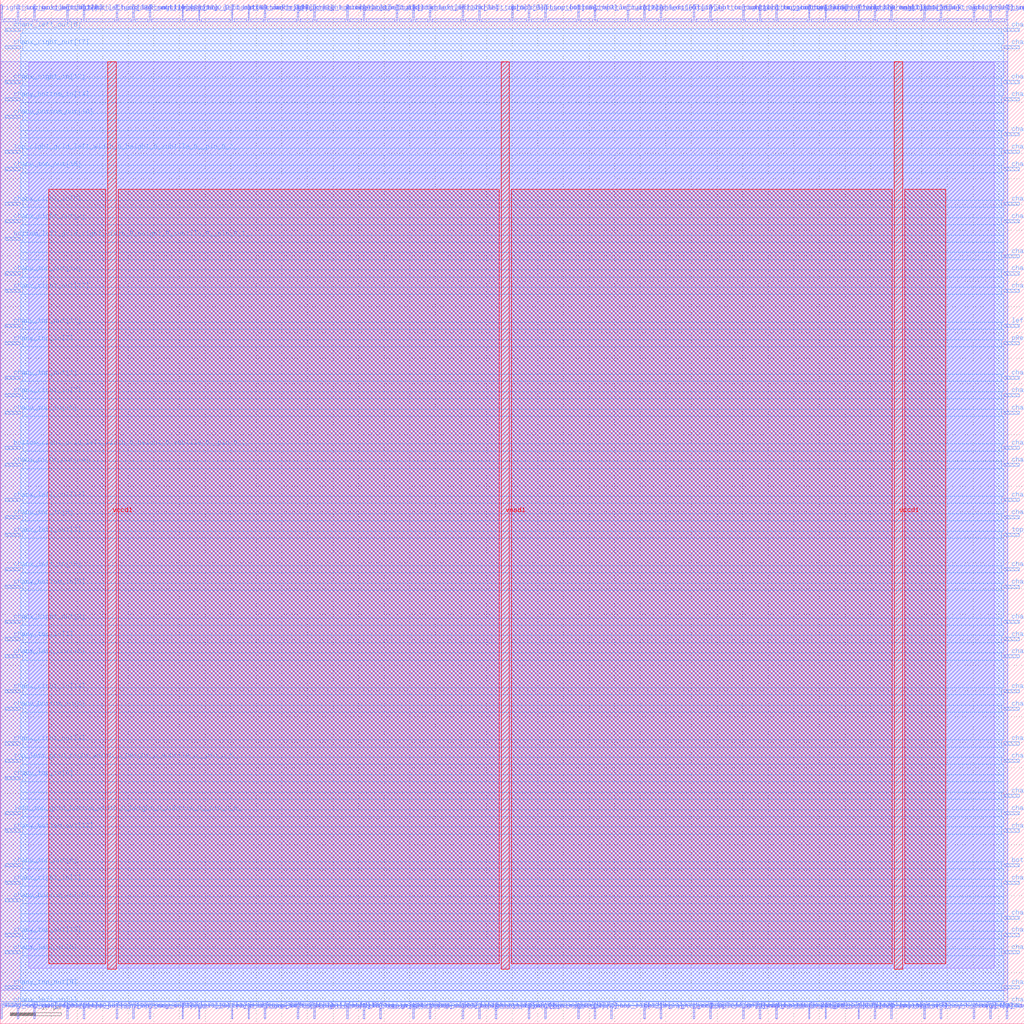
<source format=lef>
VERSION 5.7 ;
  NOWIREEXTENSIONATPIN ON ;
  DIVIDERCHAR "/" ;
  BUSBITCHARS "[]" ;
MACRO sb_1__1_
  CLASS BLOCK ;
  FOREIGN sb_1__1_ ;
  ORIGIN 0.000 0.000 ;
  SIZE 200.000 BY 200.000 ;
  PIN bottom_left_grid_right_width_0_height_0_subtile_0__pin_O_1_
    DIRECTION INPUT ;
    USE SIGNAL ;
    PORT
      LAYER met3 ;
        RECT 1.000 153.040 4.000 153.640 ;
    END
  END bottom_left_grid_right_width_0_height_0_subtile_0__pin_O_1_
  PIN bottom_left_grid_right_width_0_height_0_subtile_0__pin_O_5_
    DIRECTION INPUT ;
    USE SIGNAL ;
    PORT
      LAYER met3 ;
        RECT 196.000 30.640 199.000 31.240 ;
    END
  END bottom_left_grid_right_width_0_height_0_subtile_0__pin_O_5_
  PIN bottom_right_grid_left_width_0_height_0_subtile_0__pin_O_3_
    DIRECTION INPUT ;
    USE SIGNAL ;
    PORT
      LAYER met3 ;
        RECT 1.000 112.240 4.000 112.840 ;
    END
  END bottom_right_grid_left_width_0_height_0_subtile_0__pin_O_3_
  PIN bottom_right_grid_left_width_0_height_0_subtile_0__pin_O_7_
    DIRECTION INPUT ;
    USE SIGNAL ;
    PORT
      LAYER met2 ;
        RECT 125.670 1.000 125.950 4.000 ;
    END
  END bottom_right_grid_left_width_0_height_0_subtile_0__pin_O_7_
  PIN ccff_head
    DIRECTION INPUT ;
    USE SIGNAL ;
    PORT
      LAYER met2 ;
        RECT 144.990 1.000 145.270 4.000 ;
    END
  END ccff_head
  PIN ccff_tail
    DIRECTION OUTPUT TRISTATE ;
    USE SIGNAL ;
    PORT
      LAYER met2 ;
        RECT 12.970 196.000 13.250 199.000 ;
    END
  END ccff_tail
  PIN chanx_left_in[0]
    DIRECTION INPUT ;
    USE SIGNAL ;
    PORT
      LAYER met2 ;
        RECT 190.070 196.000 190.350 199.000 ;
    END
  END chanx_left_in[0]
  PIN chanx_left_in[10]
    DIRECTION INPUT ;
    USE SIGNAL ;
    PORT
      LAYER met2 ;
        RECT 157.870 1.000 158.150 4.000 ;
    END
  END chanx_left_in[10]
  PIN chanx_left_in[11]
    DIRECTION INPUT ;
    USE SIGNAL ;
    PORT
      LAYER met2 ;
        RECT 83.810 196.000 84.090 199.000 ;
    END
  END chanx_left_in[11]
  PIN chanx_left_in[12]
    DIRECTION INPUT ;
    USE SIGNAL ;
    PORT
      LAYER met2 ;
        RECT 161.090 1.000 161.370 4.000 ;
    END
  END chanx_left_in[12]
  PIN chanx_left_in[13]
    DIRECTION INPUT ;
    USE SIGNAL ;
    PORT
      LAYER met2 ;
        RECT 61.270 1.000 61.550 4.000 ;
    END
  END chanx_left_in[13]
  PIN chanx_left_in[14]
    DIRECTION INPUT ;
    USE SIGNAL ;
    PORT
      LAYER met2 ;
        RECT 45.170 1.000 45.450 4.000 ;
    END
  END chanx_left_in[14]
  PIN chanx_left_in[15]
    DIRECTION INPUT ;
    USE SIGNAL ;
    PORT
      LAYER met3 ;
        RECT 1.000 88.440 4.000 89.040 ;
    END
  END chanx_left_in[15]
  PIN chanx_left_in[16]
    DIRECTION INPUT ;
    USE SIGNAL ;
    PORT
      LAYER met2 ;
        RECT 70.930 196.000 71.210 199.000 ;
    END
  END chanx_left_in[16]
  PIN chanx_left_in[17]
    DIRECTION INPUT ;
    USE SIGNAL ;
    PORT
      LAYER met2 ;
        RECT 80.590 196.000 80.870 199.000 ;
    END
  END chanx_left_in[17]
  PIN chanx_left_in[18]
    DIRECTION INPUT ;
    USE SIGNAL ;
    PORT
      LAYER met2 ;
        RECT 16.190 196.000 16.470 199.000 ;
    END
  END chanx_left_in[18]
  PIN chanx_left_in[1]
    DIRECTION INPUT ;
    USE SIGNAL ;
    PORT
      LAYER met3 ;
        RECT 1.000 3.440 4.000 4.040 ;
    END
  END chanx_left_in[1]
  PIN chanx_left_in[2]
    DIRECTION INPUT ;
    USE SIGNAL ;
    PORT
      LAYER met2 ;
        RECT 116.010 196.000 116.290 199.000 ;
    END
  END chanx_left_in[2]
  PIN chanx_left_in[3]
    DIRECTION INPUT ;
    USE SIGNAL ;
    PORT
      LAYER met3 ;
        RECT 196.000 27.240 199.000 27.840 ;
    END
  END chanx_left_in[3]
  PIN chanx_left_in[4]
    DIRECTION INPUT ;
    USE SIGNAL ;
    PORT
      LAYER met2 ;
        RECT 128.890 196.000 129.170 199.000 ;
    END
  END chanx_left_in[4]
  PIN chanx_left_in[5]
    DIRECTION INPUT ;
    USE SIGNAL ;
    PORT
      LAYER met3 ;
        RECT 1.000 13.640 4.000 14.240 ;
    END
  END chanx_left_in[5]
  PIN chanx_left_in[6]
    DIRECTION INPUT ;
    USE SIGNAL ;
    PORT
      LAYER met2 ;
        RECT 90.250 196.000 90.530 199.000 ;
    END
  END chanx_left_in[6]
  PIN chanx_left_in[7]
    DIRECTION INPUT ;
    USE SIGNAL ;
    PORT
      LAYER met2 ;
        RECT 48.390 196.000 48.670 199.000 ;
    END
  END chanx_left_in[7]
  PIN chanx_left_in[8]
    DIRECTION INPUT ;
    USE SIGNAL ;
    PORT
      LAYER met3 ;
        RECT 196.000 85.040 199.000 85.640 ;
    END
  END chanx_left_in[8]
  PIN chanx_left_in[9]
    DIRECTION INPUT ;
    USE SIGNAL ;
    PORT
      LAYER met2 ;
        RECT 16.190 1.000 16.470 4.000 ;
    END
  END chanx_left_in[9]
  PIN chanx_left_out[0]
    DIRECTION OUTPUT TRISTATE ;
    USE SIGNAL ;
    PORT
      LAYER met3 ;
        RECT 196.000 183.640 199.000 184.240 ;
    END
  END chanx_left_out[0]
  PIN chanx_left_out[10]
    DIRECTION OUTPUT TRISTATE ;
    USE SIGNAL ;
    PORT
      LAYER met2 ;
        RECT 22.630 196.000 22.910 199.000 ;
    END
  END chanx_left_out[10]
  PIN chanx_left_out[11]
    DIRECTION OUTPUT TRISTATE ;
    USE SIGNAL ;
    PORT
      LAYER met2 ;
        RECT 151.430 1.000 151.710 4.000 ;
    END
  END chanx_left_out[11]
  PIN chanx_left_out[12]
    DIRECTION OUTPUT TRISTATE ;
    USE SIGNAL ;
    PORT
      LAYER met3 ;
        RECT 1.000 102.040 4.000 102.640 ;
    END
  END chanx_left_out[12]
  PIN chanx_left_out[13]
    DIRECTION OUTPUT TRISTATE ;
    USE SIGNAL ;
    PORT
      LAYER met3 ;
        RECT 196.000 13.640 199.000 14.240 ;
    END
  END chanx_left_out[13]
  PIN chanx_left_out[14]
    DIRECTION OUTPUT TRISTATE ;
    USE SIGNAL ;
    PORT
      LAYER met3 ;
        RECT 196.000 125.840 199.000 126.440 ;
    END
  END chanx_left_out[14]
  PIN chanx_left_out[15]
    DIRECTION OUTPUT TRISTATE ;
    USE SIGNAL ;
    PORT
      LAYER met3 ;
        RECT 196.000 166.640 199.000 167.240 ;
    END
  END chanx_left_out[15]
  PIN chanx_left_out[16]
    DIRECTION OUTPUT TRISTATE ;
    USE SIGNAL ;
    PORT
      LAYER met2 ;
        RECT 99.910 196.000 100.190 199.000 ;
    END
  END chanx_left_out[16]
  PIN chanx_left_out[17]
    DIRECTION OUTPUT TRISTATE ;
    USE SIGNAL ;
    PORT
      LAYER met2 ;
        RECT 125.670 196.000 125.950 199.000 ;
    END
  END chanx_left_out[17]
  PIN chanx_left_out[18]
    DIRECTION OUTPUT TRISTATE ;
    USE SIGNAL ;
    PORT
      LAYER met3 ;
        RECT 1.000 71.440 4.000 72.040 ;
    END
  END chanx_left_out[18]
  PIN chanx_left_out[1]
    DIRECTION OUTPUT TRISTATE ;
    USE SIGNAL ;
    PORT
      LAYER met2 ;
        RECT 180.410 196.000 180.690 199.000 ;
    END
  END chanx_left_out[1]
  PIN chanx_left_out[2]
    DIRECTION OUTPUT TRISTATE ;
    USE SIGNAL ;
    PORT
      LAYER met2 ;
        RECT 6.530 196.000 6.810 199.000 ;
    END
  END chanx_left_out[2]
  PIN chanx_left_out[3]
    DIRECTION OUTPUT TRISTATE ;
    USE SIGNAL ;
    PORT
      LAYER met3 ;
        RECT 1.000 95.240 4.000 95.840 ;
    END
  END chanx_left_out[3]
  PIN chanx_left_out[4]
    DIRECTION OUTPUT TRISTATE ;
    USE SIGNAL ;
    PORT
      LAYER met3 ;
        RECT 196.000 156.440 199.000 157.040 ;
    END
  END chanx_left_out[4]
  PIN chanx_left_out[5]
    DIRECTION OUTPUT TRISTATE ;
    USE SIGNAL ;
    PORT
      LAYER met2 ;
        RECT 38.730 196.000 39.010 199.000 ;
    END
  END chanx_left_out[5]
  PIN chanx_left_out[6]
    DIRECTION OUTPUT TRISTATE ;
    USE SIGNAL ;
    PORT
      LAYER met3 ;
        RECT 1.000 193.840 4.000 194.440 ;
    END
  END chanx_left_out[6]
  PIN chanx_left_out[7]
    DIRECTION OUTPUT TRISTATE ;
    USE SIGNAL ;
    PORT
      LAYER met2 ;
        RECT 161.090 196.000 161.370 199.000 ;
    END
  END chanx_left_out[7]
  PIN chanx_left_out[8]
    DIRECTION OUTPUT TRISTATE ;
    USE SIGNAL ;
    PORT
      LAYER met3 ;
        RECT 196.000 17.040 199.000 17.640 ;
    END
  END chanx_left_out[8]
  PIN chanx_left_out[9]
    DIRECTION OUTPUT TRISTATE ;
    USE SIGNAL ;
    PORT
      LAYER met2 ;
        RECT 51.610 1.000 51.890 4.000 ;
    END
  END chanx_left_out[9]
  PIN chanx_right_in[0]
    DIRECTION INPUT ;
    USE SIGNAL ;
    PORT
      LAYER met2 ;
        RECT 193.290 1.000 193.570 4.000 ;
    END
  END chanx_right_in[0]
  PIN chanx_right_in[10]
    DIRECTION INPUT ;
    USE SIGNAL ;
    PORT
      LAYER met3 ;
        RECT 196.000 149.640 199.000 150.240 ;
    END
  END chanx_right_in[10]
  PIN chanx_right_in[11]
    DIRECTION INPUT ;
    USE SIGNAL ;
    PORT
      LAYER met2 ;
        RECT 119.230 1.000 119.510 4.000 ;
    END
  END chanx_right_in[11]
  PIN chanx_right_in[12]
    DIRECTION INPUT ;
    USE SIGNAL ;
    PORT
      LAYER met3 ;
        RECT 1.000 183.640 4.000 184.240 ;
    END
  END chanx_right_in[12]
  PIN chanx_right_in[13]
    DIRECTION INPUT ;
    USE SIGNAL ;
    PORT
      LAYER met3 ;
        RECT 196.000 102.040 199.000 102.640 ;
    END
  END chanx_right_in[13]
  PIN chanx_right_in[14]
    DIRECTION INPUT ;
    USE SIGNAL ;
    PORT
      LAYER met3 ;
        RECT 1.000 64.640 4.000 65.240 ;
    END
  END chanx_right_in[14]
  PIN chanx_right_in[15]
    DIRECTION INPUT ;
    USE SIGNAL ;
    PORT
      LAYER met3 ;
        RECT 196.000 108.840 199.000 109.440 ;
    END
  END chanx_right_in[15]
  PIN chanx_right_in[16]
    DIRECTION INPUT ;
    USE SIGNAL ;
    PORT
      LAYER met2 ;
        RECT 90.250 1.000 90.530 4.000 ;
    END
  END chanx_right_in[16]
  PIN chanx_right_in[17]
    DIRECTION INPUT ;
    USE SIGNAL ;
    PORT
      LAYER met2 ;
        RECT 183.630 196.000 183.910 199.000 ;
    END
  END chanx_right_in[17]
  PIN chanx_right_in[18]
    DIRECTION INPUT ;
    USE SIGNAL ;
    PORT
      LAYER met2 ;
        RECT 74.150 1.000 74.430 4.000 ;
    END
  END chanx_right_in[18]
  PIN chanx_right_in[1]
    DIRECTION INPUT ;
    USE SIGNAL ;
    PORT
      LAYER met3 ;
        RECT 1.000 27.240 4.000 27.840 ;
    END
  END chanx_right_in[1]
  PIN chanx_right_in[2]
    DIRECTION INPUT ;
    USE SIGNAL ;
    PORT
      LAYER met3 ;
        RECT 1.000 122.440 4.000 123.040 ;
    END
  END chanx_right_in[2]
  PIN chanx_right_in[3]
    DIRECTION INPUT ;
    USE SIGNAL ;
    PORT
      LAYER met2 ;
        RECT 25.850 196.000 26.130 199.000 ;
    END
  END chanx_right_in[3]
  PIN chanx_right_in[4]
    DIRECTION INPUT ;
    USE SIGNAL ;
    PORT
      LAYER met2 ;
        RECT 173.970 196.000 174.250 199.000 ;
    END
  END chanx_right_in[4]
  PIN chanx_right_in[5]
    DIRECTION INPUT ;
    USE SIGNAL ;
    PORT
      LAYER met3 ;
        RECT 1.000 159.840 4.000 160.440 ;
    END
  END chanx_right_in[5]
  PIN chanx_right_in[6]
    DIRECTION INPUT ;
    USE SIGNAL ;
    PORT
      LAYER met2 ;
        RECT 77.370 196.000 77.650 199.000 ;
    END
  END chanx_right_in[6]
  PIN chanx_right_in[7]
    DIRECTION INPUT ;
    USE SIGNAL ;
    PORT
      LAYER met2 ;
        RECT 83.810 1.000 84.090 4.000 ;
    END
  END chanx_right_in[7]
  PIN chanx_right_in[8]
    DIRECTION INPUT ;
    USE SIGNAL ;
    PORT
      LAYER met3 ;
        RECT 196.000 61.240 199.000 61.840 ;
    END
  END chanx_right_in[8]
  PIN chanx_right_in[9]
    DIRECTION INPUT ;
    USE SIGNAL ;
    PORT
      LAYER met2 ;
        RECT 51.610 196.000 51.890 199.000 ;
    END
  END chanx_right_in[9]
  PIN chanx_right_out[0]
    DIRECTION OUTPUT TRISTATE ;
    USE SIGNAL ;
    PORT
      LAYER met2 ;
        RECT 122.450 196.000 122.730 199.000 ;
    END
  END chanx_right_out[0]
  PIN chanx_right_out[10]
    DIRECTION OUTPUT TRISTATE ;
    USE SIGNAL ;
    PORT
      LAYER met2 ;
        RECT 58.050 196.000 58.330 199.000 ;
    END
  END chanx_right_out[10]
  PIN chanx_right_out[11]
    DIRECTION OUTPUT TRISTATE ;
    USE SIGNAL ;
    PORT
      LAYER met3 ;
        RECT 196.000 122.440 199.000 123.040 ;
    END
  END chanx_right_out[11]
  PIN chanx_right_out[12]
    DIRECTION OUTPUT TRISTATE ;
    USE SIGNAL ;
    PORT
      LAYER met3 ;
        RECT 1.000 142.840 4.000 143.440 ;
    END
  END chanx_right_out[12]
  PIN chanx_right_out[13]
    DIRECTION OUTPUT TRISTATE ;
    USE SIGNAL ;
    PORT
      LAYER met2 ;
        RECT 170.750 196.000 171.030 199.000 ;
    END
  END chanx_right_out[13]
  PIN chanx_right_out[14]
    DIRECTION OUTPUT TRISTATE ;
    USE SIGNAL ;
    PORT
      LAYER met3 ;
        RECT 1.000 108.840 4.000 109.440 ;
    END
  END chanx_right_out[14]
  PIN chanx_right_out[15]
    DIRECTION OUTPUT TRISTATE ;
    USE SIGNAL ;
    PORT
      LAYER met3 ;
        RECT 196.000 173.440 199.000 174.040 ;
    END
  END chanx_right_out[15]
  PIN chanx_right_out[16]
    DIRECTION OUTPUT TRISTATE ;
    USE SIGNAL ;
    PORT
      LAYER met3 ;
        RECT 196.000 71.440 199.000 72.040 ;
    END
  END chanx_right_out[16]
  PIN chanx_right_out[17]
    DIRECTION OUTPUT TRISTATE ;
    USE SIGNAL ;
    PORT
      LAYER met3 ;
        RECT 1.000 190.440 4.000 191.040 ;
    END
  END chanx_right_out[17]
  PIN chanx_right_out[18]
    DIRECTION OUTPUT TRISTATE ;
    USE SIGNAL ;
    PORT
      LAYER met2 ;
        RECT 6.530 1.000 6.810 4.000 ;
    END
  END chanx_right_out[18]
  PIN chanx_right_out[1]
    DIRECTION OUTPUT TRISTATE ;
    USE SIGNAL ;
    PORT
      LAYER met2 ;
        RECT 58.050 1.000 58.330 4.000 ;
    END
  END chanx_right_out[1]
  PIN chanx_right_out[2]
    DIRECTION OUTPUT TRISTATE ;
    USE SIGNAL ;
    PORT
      LAYER met3 ;
        RECT 1.000 156.440 4.000 157.040 ;
    END
  END chanx_right_out[2]
  PIN chanx_right_out[3]
    DIRECTION OUTPUT TRISTATE ;
    USE SIGNAL ;
    PORT
      LAYER met3 ;
        RECT 1.000 78.240 4.000 78.840 ;
    END
  END chanx_right_out[3]
  PIN chanx_right_out[4]
    DIRECTION OUTPUT TRISTATE ;
    USE SIGNAL ;
    PORT
      LAYER met3 ;
        RECT 1.000 54.440 4.000 55.040 ;
    END
  END chanx_right_out[4]
  PIN chanx_right_out[5]
    DIRECTION OUTPUT TRISTATE ;
    USE SIGNAL ;
    PORT
      LAYER met2 ;
        RECT 180.410 1.000 180.690 4.000 ;
    END
  END chanx_right_out[5]
  PIN chanx_right_out[6]
    DIRECTION OUTPUT TRISTATE ;
    USE SIGNAL ;
    PORT
      LAYER met3 ;
        RECT 196.000 190.440 199.000 191.040 ;
    END
  END chanx_right_out[6]
  PIN chanx_right_out[7]
    DIRECTION OUTPUT TRISTATE ;
    USE SIGNAL ;
    PORT
      LAYER met2 ;
        RECT 106.350 1.000 106.630 4.000 ;
    END
  END chanx_right_out[7]
  PIN chanx_right_out[8]
    DIRECTION OUTPUT TRISTATE ;
    USE SIGNAL ;
    PORT
      LAYER met3 ;
        RECT 196.000 78.240 199.000 78.840 ;
    END
  END chanx_right_out[8]
  PIN chanx_right_out[9]
    DIRECTION OUTPUT TRISTATE ;
    USE SIGNAL ;
    PORT
      LAYER met3 ;
        RECT 196.000 44.240 199.000 44.840 ;
    END
  END chanx_right_out[9]
  PIN chany_bottom_in[0]
    DIRECTION INPUT ;
    USE SIGNAL ;
    PORT
      LAYER met2 ;
        RECT 196.510 196.000 196.790 199.000 ;
    END
  END chany_bottom_in[0]
  PIN chany_bottom_in[10]
    DIRECTION INPUT ;
    USE SIGNAL ;
    PORT
      LAYER met2 ;
        RECT 93.470 1.000 93.750 4.000 ;
    END
  END chany_bottom_in[10]
  PIN chany_bottom_in[11]
    DIRECTION INPUT ;
    USE SIGNAL ;
    PORT
      LAYER met2 ;
        RECT 148.210 1.000 148.490 4.000 ;
    END
  END chany_bottom_in[11]
  PIN chany_bottom_in[12]
    DIRECTION INPUT ;
    USE SIGNAL ;
    PORT
      LAYER met3 ;
        RECT 196.000 159.840 199.000 160.440 ;
    END
  END chany_bottom_in[12]
  PIN chany_bottom_in[13]
    DIRECTION INPUT ;
    USE SIGNAL ;
    PORT
      LAYER met2 ;
        RECT 67.710 1.000 67.990 4.000 ;
    END
  END chany_bottom_in[13]
  PIN chany_bottom_in[14]
    DIRECTION INPUT ;
    USE SIGNAL ;
    PORT
      LAYER met3 ;
        RECT 1.000 180.240 4.000 180.840 ;
    END
  END chany_bottom_in[14]
  PIN chany_bottom_in[15]
    DIRECTION INPUT ;
    USE SIGNAL ;
    PORT
      LAYER met2 ;
        RECT 45.170 196.000 45.450 199.000 ;
    END
  END chany_bottom_in[15]
  PIN chany_bottom_in[16]
    DIRECTION INPUT ;
    USE SIGNAL ;
    PORT
      LAYER met2 ;
        RECT 196.510 1.000 196.790 4.000 ;
    END
  END chany_bottom_in[16]
  PIN chany_bottom_in[17]
    DIRECTION INPUT ;
    USE SIGNAL ;
    PORT
      LAYER met3 ;
        RECT 196.000 51.040 199.000 51.640 ;
    END
  END chany_bottom_in[17]
  PIN chany_bottom_in[18]
    DIRECTION INPUT ;
    USE SIGNAL ;
    PORT
      LAYER met3 ;
        RECT 1.000 23.840 4.000 24.440 ;
    END
  END chany_bottom_in[18]
  PIN chany_bottom_in[1]
    DIRECTION INPUT ;
    USE SIGNAL ;
    PORT
      LAYER met3 ;
        RECT 196.000 88.440 199.000 89.040 ;
    END
  END chany_bottom_in[1]
  PIN chany_bottom_in[2]
    DIRECTION INPUT ;
    USE SIGNAL ;
    PORT
      LAYER met2 ;
        RECT 183.630 1.000 183.910 4.000 ;
    END
  END chany_bottom_in[2]
  PIN chany_bottom_in[3]
    DIRECTION INPUT ;
    USE SIGNAL ;
    PORT
      LAYER met2 ;
        RECT 151.430 196.000 151.710 199.000 ;
    END
  END chany_bottom_in[3]
  PIN chany_bottom_in[4]
    DIRECTION INPUT ;
    USE SIGNAL ;
    PORT
      LAYER met3 ;
        RECT 196.000 98.640 199.000 99.240 ;
    END
  END chany_bottom_in[4]
  PIN chany_bottom_in[5]
    DIRECTION INPUT ;
    USE SIGNAL ;
    PORT
      LAYER met3 ;
        RECT 1.000 85.040 4.000 85.640 ;
    END
  END chany_bottom_in[5]
  PIN chany_bottom_in[6]
    DIRECTION INPUT ;
    USE SIGNAL ;
    PORT
      LAYER met3 ;
        RECT 1.000 61.240 4.000 61.840 ;
    END
  END chany_bottom_in[6]
  PIN chany_bottom_in[7]
    DIRECTION INPUT ;
    USE SIGNAL ;
    PORT
      LAYER met2 ;
        RECT 106.350 196.000 106.630 199.000 ;
    END
  END chany_bottom_in[7]
  PIN chany_bottom_in[8]
    DIRECTION INPUT ;
    USE SIGNAL ;
    PORT
      LAYER met2 ;
        RECT 135.330 1.000 135.610 4.000 ;
    END
  END chany_bottom_in[8]
  PIN chany_bottom_in[9]
    DIRECTION INPUT ;
    USE SIGNAL ;
    PORT
      LAYER met2 ;
        RECT 170.750 1.000 171.030 4.000 ;
    END
  END chany_bottom_in[9]
  PIN chany_bottom_out[0]
    DIRECTION OUTPUT TRISTATE ;
    USE SIGNAL ;
    PORT
      LAYER met3 ;
        RECT 196.000 180.240 199.000 180.840 ;
    END
  END chany_bottom_out[0]
  PIN chany_bottom_out[10]
    DIRECTION OUTPUT TRISTATE ;
    USE SIGNAL ;
    PORT
      LAYER met3 ;
        RECT 1.000 176.840 4.000 177.440 ;
    END
  END chany_bottom_out[10]
  PIN chany_bottom_out[11]
    DIRECTION OUTPUT TRISTATE ;
    USE SIGNAL ;
    PORT
      LAYER met2 ;
        RECT 112.790 196.000 113.070 199.000 ;
    END
  END chany_bottom_out[11]
  PIN chany_bottom_out[12]
    DIRECTION OUTPUT TRISTATE ;
    USE SIGNAL ;
    PORT
      LAYER met3 ;
        RECT 1.000 37.440 4.000 38.040 ;
    END
  END chany_bottom_out[12]
  PIN chany_bottom_out[13]
    DIRECTION OUTPUT TRISTATE ;
    USE SIGNAL ;
    PORT
      LAYER met2 ;
        RECT 135.330 196.000 135.610 199.000 ;
    END
  END chany_bottom_out[13]
  PIN chany_bottom_out[14]
    DIRECTION OUTPUT TRISTATE ;
    USE SIGNAL ;
    PORT
      LAYER met2 ;
        RECT 3.310 1.000 3.590 4.000 ;
    END
  END chany_bottom_out[14]
  PIN chany_bottom_out[15]
    DIRECTION OUTPUT TRISTATE ;
    USE SIGNAL ;
    PORT
      LAYER met2 ;
        RECT 29.070 1.000 29.350 4.000 ;
    END
  END chany_bottom_out[15]
  PIN chany_bottom_out[16]
    DIRECTION OUTPUT TRISTATE ;
    USE SIGNAL ;
    PORT
      LAYER met3 ;
        RECT 196.000 20.440 199.000 21.040 ;
    END
  END chany_bottom_out[16]
  PIN chany_bottom_out[17]
    DIRECTION OUTPUT TRISTATE ;
    USE SIGNAL ;
    PORT
      LAYER met2 ;
        RECT 3.310 196.000 3.590 199.000 ;
    END
  END chany_bottom_out[17]
  PIN chany_bottom_out[18]
    DIRECTION OUTPUT TRISTATE ;
    USE SIGNAL ;
    PORT
      LAYER met3 ;
        RECT 196.000 146.240 199.000 146.840 ;
    END
  END chany_bottom_out[18]
  PIN chany_bottom_out[1]
    DIRECTION OUTPUT TRISTATE ;
    USE SIGNAL ;
    PORT
      LAYER met2 ;
        RECT 61.270 196.000 61.550 199.000 ;
    END
  END chany_bottom_out[1]
  PIN chany_bottom_out[2]
    DIRECTION OUTPUT TRISTATE ;
    USE SIGNAL ;
    PORT
      LAYER met2 ;
        RECT 148.210 196.000 148.490 199.000 ;
    END
  END chany_bottom_out[2]
  PIN chany_bottom_out[3]
    DIRECTION OUTPUT TRISTATE ;
    USE SIGNAL ;
    PORT
      LAYER met2 ;
        RECT 22.630 1.000 22.910 4.000 ;
    END
  END chany_bottom_out[3]
  PIN chany_bottom_out[4]
    DIRECTION OUTPUT TRISTATE ;
    USE SIGNAL ;
    PORT
      LAYER met3 ;
        RECT 196.000 40.840 199.000 41.440 ;
    END
  END chany_bottom_out[4]
  PIN chany_bottom_out[5]
    DIRECTION OUTPUT TRISTATE ;
    USE SIGNAL ;
    PORT
      LAYER met3 ;
        RECT 196.000 112.240 199.000 112.840 ;
    END
  END chany_bottom_out[5]
  PIN chany_bottom_out[6]
    DIRECTION OUTPUT TRISTATE ;
    USE SIGNAL ;
    PORT
      LAYER met2 ;
        RECT 67.710 196.000 67.990 199.000 ;
    END
  END chany_bottom_out[6]
  PIN chany_bottom_out[7]
    DIRECTION OUTPUT TRISTATE ;
    USE SIGNAL ;
    PORT
      LAYER met3 ;
        RECT 196.000 74.840 199.000 75.440 ;
    END
  END chany_bottom_out[7]
  PIN chany_bottom_out[8]
    DIRECTION OUTPUT TRISTATE ;
    USE SIGNAL ;
    PORT
      LAYER met3 ;
        RECT 196.000 3.440 199.000 4.040 ;
    END
  END chany_bottom_out[8]
  PIN chany_bottom_out[9]
    DIRECTION OUTPUT TRISTATE ;
    USE SIGNAL ;
    PORT
      LAYER met2 ;
        RECT 103.130 1.000 103.410 4.000 ;
    END
  END chany_bottom_out[9]
  PIN chany_top_in[0]
    DIRECTION INPUT ;
    USE SIGNAL ;
    PORT
      LAYER met3 ;
        RECT 196.000 142.840 199.000 143.440 ;
    END
  END chany_top_in[0]
  PIN chany_top_in[10]
    DIRECTION INPUT ;
    USE SIGNAL ;
    PORT
      LAYER met2 ;
        RECT 157.870 196.000 158.150 199.000 ;
    END
  END chany_top_in[10]
  PIN chany_top_in[11]
    DIRECTION INPUT ;
    USE SIGNAL ;
    PORT
      LAYER met2 ;
        RECT 48.390 1.000 48.670 4.000 ;
    END
  END chany_top_in[11]
  PIN chany_top_in[12]
    DIRECTION INPUT ;
    USE SIGNAL ;
    PORT
      LAYER met3 ;
        RECT 196.000 54.440 199.000 55.040 ;
    END
  END chany_top_in[12]
  PIN chany_top_in[13]
    DIRECTION INPUT ;
    USE SIGNAL ;
    PORT
      LAYER met2 ;
        RECT 128.890 1.000 129.170 4.000 ;
    END
  END chany_top_in[13]
  PIN chany_top_in[14]
    DIRECTION INPUT ;
    USE SIGNAL ;
    PORT
      LAYER met3 ;
        RECT 196.000 6.840 199.000 7.440 ;
    END
  END chany_top_in[14]
  PIN chany_top_in[15]
    DIRECTION INPUT ;
    USE SIGNAL ;
    PORT
      LAYER met3 ;
        RECT 1.000 119.040 4.000 119.640 ;
    END
  END chany_top_in[15]
  PIN chany_top_in[16]
    DIRECTION INPUT ;
    USE SIGNAL ;
    PORT
      LAYER met2 ;
        RECT 167.530 1.000 167.810 4.000 ;
    END
  END chany_top_in[16]
  PIN chany_top_in[17]
    DIRECTION INPUT ;
    USE SIGNAL ;
    PORT
      LAYER met2 ;
        RECT 25.850 1.000 26.130 4.000 ;
    END
  END chany_top_in[17]
  PIN chany_top_in[18]
    DIRECTION INPUT ;
    USE SIGNAL ;
    PORT
      LAYER met2 ;
        RECT 80.590 1.000 80.870 4.000 ;
    END
  END chany_top_in[18]
  PIN chany_top_in[1]
    DIRECTION INPUT ;
    USE SIGNAL ;
    PORT
      LAYER met3 ;
        RECT 1.000 74.840 4.000 75.440 ;
    END
  END chany_top_in[1]
  PIN chany_top_in[2]
    DIRECTION INPUT ;
    USE SIGNAL ;
    PORT
      LAYER met3 ;
        RECT 196.000 170.040 199.000 170.640 ;
    END
  END chany_top_in[2]
  PIN chany_top_in[3]
    DIRECTION INPUT ;
    USE SIGNAL ;
    PORT
      LAYER met3 ;
        RECT 196.000 119.040 199.000 119.640 ;
    END
  END chany_top_in[3]
  PIN chany_top_in[4]
    DIRECTION INPUT ;
    USE SIGNAL ;
    PORT
      LAYER met2 ;
        RECT 173.970 1.000 174.250 4.000 ;
    END
  END chany_top_in[4]
  PIN chany_top_in[5]
    DIRECTION INPUT ;
    USE SIGNAL ;
    PORT
      LAYER met3 ;
        RECT 1.000 98.640 4.000 99.240 ;
    END
  END chany_top_in[5]
  PIN chany_top_in[6]
    DIRECTION INPUT ;
    USE SIGNAL ;
    PORT
      LAYER met3 ;
        RECT 196.000 64.640 199.000 65.240 ;
    END
  END chany_top_in[6]
  PIN chany_top_in[7]
    DIRECTION INPUT ;
    USE SIGNAL ;
    PORT
      LAYER met3 ;
        RECT 1.000 132.640 4.000 133.240 ;
    END
  END chany_top_in[7]
  PIN chany_top_in[8]
    DIRECTION INPUT ;
    USE SIGNAL ;
    PORT
      LAYER met3 ;
        RECT 1.000 47.640 4.000 48.240 ;
    END
  END chany_top_in[8]
  PIN chany_top_in[9]
    DIRECTION INPUT ;
    USE SIGNAL ;
    PORT
      LAYER met3 ;
        RECT 196.000 193.840 199.000 194.440 ;
    END
  END chany_top_in[9]
  PIN chany_top_out[0]
    DIRECTION OUTPUT TRISTATE ;
    USE SIGNAL ;
    PORT
      LAYER met2 ;
        RECT 190.070 1.000 190.350 4.000 ;
    END
  END chany_top_out[0]
  PIN chany_top_out[10]
    DIRECTION OUTPUT TRISTATE ;
    USE SIGNAL ;
    PORT
      LAYER met2 ;
        RECT 193.290 196.000 193.570 199.000 ;
    END
  END chany_top_out[10]
  PIN chany_top_out[11]
    DIRECTION OUTPUT TRISTATE ;
    USE SIGNAL ;
    PORT
      LAYER met3 ;
        RECT 1.000 136.040 4.000 136.640 ;
    END
  END chany_top_out[11]
  PIN chany_top_out[12]
    DIRECTION OUTPUT TRISTATE ;
    USE SIGNAL ;
    PORT
      LAYER met3 ;
        RECT 1.000 146.240 4.000 146.840 ;
    END
  END chany_top_out[12]
  PIN chany_top_out[13]
    DIRECTION OUTPUT TRISTATE ;
    USE SIGNAL ;
    PORT
      LAYER met2 ;
        RECT 116.010 1.000 116.290 4.000 ;
    END
  END chany_top_out[13]
  PIN chany_top_out[14]
    DIRECTION OUTPUT TRISTATE ;
    USE SIGNAL ;
    PORT
      LAYER met2 ;
        RECT 0.090 1.000 0.370 4.000 ;
    END
  END chany_top_out[14]
  PIN chany_top_out[15]
    DIRECTION OUTPUT TRISTATE ;
    USE SIGNAL ;
    PORT
      LAYER met3 ;
        RECT 1.000 17.040 4.000 17.640 ;
    END
  END chany_top_out[15]
  PIN chany_top_out[16]
    DIRECTION OUTPUT TRISTATE ;
    USE SIGNAL ;
    PORT
      LAYER met3 ;
        RECT 1.000 166.640 4.000 167.240 ;
    END
  END chany_top_out[16]
  PIN chany_top_out[17]
    DIRECTION OUTPUT TRISTATE ;
    USE SIGNAL ;
    PORT
      LAYER met2 ;
        RECT 29.070 196.000 29.350 199.000 ;
    END
  END chany_top_out[17]
  PIN chany_top_out[18]
    DIRECTION OUTPUT TRISTATE ;
    USE SIGNAL ;
    PORT
      LAYER met2 ;
        RECT 103.130 196.000 103.410 199.000 ;
    END
  END chany_top_out[18]
  PIN chany_top_out[1]
    DIRECTION OUTPUT TRISTATE ;
    USE SIGNAL ;
    PORT
      LAYER met3 ;
        RECT 1.000 125.840 4.000 126.440 ;
    END
  END chany_top_out[1]
  PIN chany_top_out[2]
    DIRECTION OUTPUT TRISTATE ;
    USE SIGNAL ;
    PORT
      LAYER met2 ;
        RECT 35.510 1.000 35.790 4.000 ;
    END
  END chany_top_out[2]
  PIN chany_top_out[3]
    DIRECTION OUTPUT TRISTATE ;
    USE SIGNAL ;
    PORT
      LAYER met2 ;
        RECT 12.970 1.000 13.250 4.000 ;
    END
  END chany_top_out[3]
  PIN chany_top_out[4]
    DIRECTION OUTPUT TRISTATE ;
    USE SIGNAL ;
    PORT
      LAYER met3 ;
        RECT 1.000 30.640 4.000 31.240 ;
    END
  END chany_top_out[4]
  PIN chany_top_out[5]
    DIRECTION OUTPUT TRISTATE ;
    USE SIGNAL ;
    PORT
      LAYER met2 ;
        RECT 93.470 196.000 93.750 199.000 ;
    END
  END chany_top_out[5]
  PIN chany_top_out[6]
    DIRECTION OUTPUT TRISTATE ;
    USE SIGNAL ;
    PORT
      LAYER met2 ;
        RECT 96.690 1.000 96.970 4.000 ;
    END
  END chany_top_out[6]
  PIN chany_top_out[7]
    DIRECTION OUTPUT TRISTATE ;
    USE SIGNAL ;
    PORT
      LAYER met2 ;
        RECT 167.530 196.000 167.810 199.000 ;
    END
  END chany_top_out[7]
  PIN chany_top_out[8]
    DIRECTION OUTPUT TRISTATE ;
    USE SIGNAL ;
    PORT
      LAYER met3 ;
        RECT 196.000 37.440 199.000 38.040 ;
    END
  END chany_top_out[8]
  PIN chany_top_out[9]
    DIRECTION OUTPUT TRISTATE ;
    USE SIGNAL ;
    PORT
      LAYER met3 ;
        RECT 1.000 6.840 4.000 7.440 ;
    END
  END chany_top_out[9]
  PIN left_bottom_grid_top_width_0_height_0_subtile_0__pin_O_0_
    DIRECTION INPUT ;
    USE SIGNAL ;
    PORT
      LAYER met3 ;
        RECT 196.000 136.040 199.000 136.640 ;
    END
  END left_bottom_grid_top_width_0_height_0_subtile_0__pin_O_0_
  PIN left_bottom_grid_top_width_0_height_0_subtile_0__pin_O_4_
    DIRECTION INPUT ;
    USE SIGNAL ;
    PORT
      LAYER met2 ;
        RECT 38.730 1.000 39.010 4.000 ;
    END
  END left_bottom_grid_top_width_0_height_0_subtile_0__pin_O_4_
  PIN left_top_grid_bottom_width_0_height_0_subtile_0__pin_O_2_
    DIRECTION INPUT ;
    USE SIGNAL ;
    PORT
      LAYER met2 ;
        RECT 70.930 1.000 71.210 4.000 ;
    END
  END left_top_grid_bottom_width_0_height_0_subtile_0__pin_O_2_
  PIN left_top_grid_bottom_width_0_height_0_subtile_0__pin_O_6_
    DIRECTION INPUT ;
    USE SIGNAL ;
    PORT
      LAYER met3 ;
        RECT 1.000 40.840 4.000 41.440 ;
    END
  END left_top_grid_bottom_width_0_height_0_subtile_0__pin_O_6_
  PIN pReset
    DIRECTION INPUT ;
    USE SIGNAL ;
    PORT
      LAYER met3 ;
        RECT 196.000 132.640 199.000 133.240 ;
    END
  END pReset
  PIN prog_clk
    DIRECTION INPUT ;
    USE SIGNAL ;
    PORT
      LAYER met2 ;
        RECT 112.790 1.000 113.070 4.000 ;
    END
  END prog_clk
  PIN right_bottom_grid_top_width_0_height_0_subtile_0__pin_O_0_
    DIRECTION INPUT ;
    USE SIGNAL ;
    PORT
      LAYER met2 ;
        RECT 144.990 196.000 145.270 199.000 ;
    END
  END right_bottom_grid_top_width_0_height_0_subtile_0__pin_O_0_
  PIN right_bottom_grid_top_width_0_height_0_subtile_0__pin_O_4_
    DIRECTION INPUT ;
    USE SIGNAL ;
    PORT
      LAYER met2 ;
        RECT 138.550 196.000 138.830 199.000 ;
    END
  END right_bottom_grid_top_width_0_height_0_subtile_0__pin_O_4_
  PIN right_top_grid_bottom_width_0_height_0_subtile_0__pin_O_2_
    DIRECTION INPUT ;
    USE SIGNAL ;
    PORT
      LAYER met2 ;
        RECT 0.090 196.000 0.370 199.000 ;
    END
  END right_top_grid_bottom_width_0_height_0_subtile_0__pin_O_2_
  PIN right_top_grid_bottom_width_0_height_0_subtile_0__pin_O_6_
    DIRECTION INPUT ;
    USE SIGNAL ;
    PORT
      LAYER met2 ;
        RECT 35.510 196.000 35.790 199.000 ;
    END
  END right_top_grid_bottom_width_0_height_0_subtile_0__pin_O_6_
  PIN top_left_grid_right_width_0_height_0_subtile_0__pin_O_1_
    DIRECTION INPUT ;
    USE SIGNAL ;
    PORT
      LAYER met2 ;
        RECT 138.550 1.000 138.830 4.000 ;
    END
  END top_left_grid_right_width_0_height_0_subtile_0__pin_O_1_
  PIN top_left_grid_right_width_0_height_0_subtile_0__pin_O_5_
    DIRECTION INPUT ;
    USE SIGNAL ;
    PORT
      LAYER met3 ;
        RECT 1.000 51.040 4.000 51.640 ;
    END
  END top_left_grid_right_width_0_height_0_subtile_0__pin_O_5_
  PIN top_right_grid_left_width_0_height_0_subtile_0__pin_O_3_
    DIRECTION INPUT ;
    USE SIGNAL ;
    PORT
      LAYER met3 ;
        RECT 1.000 170.040 4.000 170.640 ;
    END
  END top_right_grid_left_width_0_height_0_subtile_0__pin_O_3_
  PIN top_right_grid_left_width_0_height_0_subtile_0__pin_O_7_
    DIRECTION INPUT ;
    USE SIGNAL ;
    PORT
      LAYER met3 ;
        RECT 196.000 95.240 199.000 95.840 ;
    END
  END top_right_grid_left_width_0_height_0_subtile_0__pin_O_7_
  PIN vccd1
    DIRECTION INOUT ;
    USE POWER ;
    PORT
      LAYER met4 ;
        RECT 21.040 10.640 22.640 187.920 ;
    END
    PORT
      LAYER met4 ;
        RECT 174.640 10.640 176.240 187.920 ;
    END
  END vccd1
  PIN vssd1
    DIRECTION INOUT ;
    USE GROUND ;
    PORT
      LAYER met4 ;
        RECT 97.840 10.640 99.440 187.920 ;
    END
  END vssd1
  OBS
      LAYER li1 ;
        RECT 5.520 10.795 194.120 187.765 ;
      LAYER met1 ;
        RECT 0.070 6.500 196.810 187.920 ;
      LAYER met2 ;
        RECT 0.650 195.720 3.030 196.250 ;
        RECT 3.870 195.720 6.250 196.250 ;
        RECT 7.090 195.720 12.690 196.250 ;
        RECT 13.530 195.720 15.910 196.250 ;
        RECT 16.750 195.720 22.350 196.250 ;
        RECT 23.190 195.720 25.570 196.250 ;
        RECT 26.410 195.720 28.790 196.250 ;
        RECT 29.630 195.720 35.230 196.250 ;
        RECT 36.070 195.720 38.450 196.250 ;
        RECT 39.290 195.720 44.890 196.250 ;
        RECT 45.730 195.720 48.110 196.250 ;
        RECT 48.950 195.720 51.330 196.250 ;
        RECT 52.170 195.720 57.770 196.250 ;
        RECT 58.610 195.720 60.990 196.250 ;
        RECT 61.830 195.720 67.430 196.250 ;
        RECT 68.270 195.720 70.650 196.250 ;
        RECT 71.490 195.720 77.090 196.250 ;
        RECT 77.930 195.720 80.310 196.250 ;
        RECT 81.150 195.720 83.530 196.250 ;
        RECT 84.370 195.720 89.970 196.250 ;
        RECT 90.810 195.720 93.190 196.250 ;
        RECT 94.030 195.720 99.630 196.250 ;
        RECT 100.470 195.720 102.850 196.250 ;
        RECT 103.690 195.720 106.070 196.250 ;
        RECT 106.910 195.720 112.510 196.250 ;
        RECT 113.350 195.720 115.730 196.250 ;
        RECT 116.570 195.720 122.170 196.250 ;
        RECT 123.010 195.720 125.390 196.250 ;
        RECT 126.230 195.720 128.610 196.250 ;
        RECT 129.450 195.720 135.050 196.250 ;
        RECT 135.890 195.720 138.270 196.250 ;
        RECT 139.110 195.720 144.710 196.250 ;
        RECT 145.550 195.720 147.930 196.250 ;
        RECT 148.770 195.720 151.150 196.250 ;
        RECT 151.990 195.720 157.590 196.250 ;
        RECT 158.430 195.720 160.810 196.250 ;
        RECT 161.650 195.720 167.250 196.250 ;
        RECT 168.090 195.720 170.470 196.250 ;
        RECT 171.310 195.720 173.690 196.250 ;
        RECT 174.530 195.720 180.130 196.250 ;
        RECT 180.970 195.720 183.350 196.250 ;
        RECT 184.190 195.720 189.790 196.250 ;
        RECT 190.630 195.720 193.010 196.250 ;
        RECT 193.850 195.720 196.230 196.250 ;
        RECT 0.100 4.280 196.780 195.720 ;
        RECT 0.650 3.555 3.030 4.280 ;
        RECT 3.870 3.555 6.250 4.280 ;
        RECT 7.090 3.555 12.690 4.280 ;
        RECT 13.530 3.555 15.910 4.280 ;
        RECT 16.750 3.555 22.350 4.280 ;
        RECT 23.190 3.555 25.570 4.280 ;
        RECT 26.410 3.555 28.790 4.280 ;
        RECT 29.630 3.555 35.230 4.280 ;
        RECT 36.070 3.555 38.450 4.280 ;
        RECT 39.290 3.555 44.890 4.280 ;
        RECT 45.730 3.555 48.110 4.280 ;
        RECT 48.950 3.555 51.330 4.280 ;
        RECT 52.170 3.555 57.770 4.280 ;
        RECT 58.610 3.555 60.990 4.280 ;
        RECT 61.830 3.555 67.430 4.280 ;
        RECT 68.270 3.555 70.650 4.280 ;
        RECT 71.490 3.555 73.870 4.280 ;
        RECT 74.710 3.555 80.310 4.280 ;
        RECT 81.150 3.555 83.530 4.280 ;
        RECT 84.370 3.555 89.970 4.280 ;
        RECT 90.810 3.555 93.190 4.280 ;
        RECT 94.030 3.555 96.410 4.280 ;
        RECT 97.250 3.555 102.850 4.280 ;
        RECT 103.690 3.555 106.070 4.280 ;
        RECT 106.910 3.555 112.510 4.280 ;
        RECT 113.350 3.555 115.730 4.280 ;
        RECT 116.570 3.555 118.950 4.280 ;
        RECT 119.790 3.555 125.390 4.280 ;
        RECT 126.230 3.555 128.610 4.280 ;
        RECT 129.450 3.555 135.050 4.280 ;
        RECT 135.890 3.555 138.270 4.280 ;
        RECT 139.110 3.555 144.710 4.280 ;
        RECT 145.550 3.555 147.930 4.280 ;
        RECT 148.770 3.555 151.150 4.280 ;
        RECT 151.990 3.555 157.590 4.280 ;
        RECT 158.430 3.555 160.810 4.280 ;
        RECT 161.650 3.555 167.250 4.280 ;
        RECT 168.090 3.555 170.470 4.280 ;
        RECT 171.310 3.555 173.690 4.280 ;
        RECT 174.530 3.555 180.130 4.280 ;
        RECT 180.970 3.555 183.350 4.280 ;
        RECT 184.190 3.555 189.790 4.280 ;
        RECT 190.630 3.555 193.010 4.280 ;
        RECT 193.850 3.555 196.230 4.280 ;
      LAYER met3 ;
        RECT 4.400 193.440 195.600 194.305 ;
        RECT 4.000 191.440 196.000 193.440 ;
        RECT 4.400 190.040 195.600 191.440 ;
        RECT 4.000 184.640 196.000 190.040 ;
        RECT 4.400 183.240 195.600 184.640 ;
        RECT 4.000 181.240 196.000 183.240 ;
        RECT 4.400 179.840 195.600 181.240 ;
        RECT 4.000 177.840 196.000 179.840 ;
        RECT 4.400 176.440 196.000 177.840 ;
        RECT 4.000 174.440 196.000 176.440 ;
        RECT 4.000 173.040 195.600 174.440 ;
        RECT 4.000 171.040 196.000 173.040 ;
        RECT 4.400 169.640 195.600 171.040 ;
        RECT 4.000 167.640 196.000 169.640 ;
        RECT 4.400 166.240 195.600 167.640 ;
        RECT 4.000 160.840 196.000 166.240 ;
        RECT 4.400 159.440 195.600 160.840 ;
        RECT 4.000 157.440 196.000 159.440 ;
        RECT 4.400 156.040 195.600 157.440 ;
        RECT 4.000 154.040 196.000 156.040 ;
        RECT 4.400 152.640 196.000 154.040 ;
        RECT 4.000 150.640 196.000 152.640 ;
        RECT 4.000 149.240 195.600 150.640 ;
        RECT 4.000 147.240 196.000 149.240 ;
        RECT 4.400 145.840 195.600 147.240 ;
        RECT 4.000 143.840 196.000 145.840 ;
        RECT 4.400 142.440 195.600 143.840 ;
        RECT 4.000 137.040 196.000 142.440 ;
        RECT 4.400 135.640 195.600 137.040 ;
        RECT 4.000 133.640 196.000 135.640 ;
        RECT 4.400 132.240 195.600 133.640 ;
        RECT 4.000 126.840 196.000 132.240 ;
        RECT 4.400 125.440 195.600 126.840 ;
        RECT 4.000 123.440 196.000 125.440 ;
        RECT 4.400 122.040 195.600 123.440 ;
        RECT 4.000 120.040 196.000 122.040 ;
        RECT 4.400 118.640 195.600 120.040 ;
        RECT 4.000 113.240 196.000 118.640 ;
        RECT 4.400 111.840 195.600 113.240 ;
        RECT 4.000 109.840 196.000 111.840 ;
        RECT 4.400 108.440 195.600 109.840 ;
        RECT 4.000 103.040 196.000 108.440 ;
        RECT 4.400 101.640 195.600 103.040 ;
        RECT 4.000 99.640 196.000 101.640 ;
        RECT 4.400 98.240 195.600 99.640 ;
        RECT 4.000 96.240 196.000 98.240 ;
        RECT 4.400 94.840 195.600 96.240 ;
        RECT 4.000 89.440 196.000 94.840 ;
        RECT 4.400 88.040 195.600 89.440 ;
        RECT 4.000 86.040 196.000 88.040 ;
        RECT 4.400 84.640 195.600 86.040 ;
        RECT 4.000 79.240 196.000 84.640 ;
        RECT 4.400 77.840 195.600 79.240 ;
        RECT 4.000 75.840 196.000 77.840 ;
        RECT 4.400 74.440 195.600 75.840 ;
        RECT 4.000 72.440 196.000 74.440 ;
        RECT 4.400 71.040 195.600 72.440 ;
        RECT 4.000 65.640 196.000 71.040 ;
        RECT 4.400 64.240 195.600 65.640 ;
        RECT 4.000 62.240 196.000 64.240 ;
        RECT 4.400 60.840 195.600 62.240 ;
        RECT 4.000 55.440 196.000 60.840 ;
        RECT 4.400 54.040 195.600 55.440 ;
        RECT 4.000 52.040 196.000 54.040 ;
        RECT 4.400 50.640 195.600 52.040 ;
        RECT 4.000 48.640 196.000 50.640 ;
        RECT 4.400 47.240 196.000 48.640 ;
        RECT 4.000 45.240 196.000 47.240 ;
        RECT 4.000 43.840 195.600 45.240 ;
        RECT 4.000 41.840 196.000 43.840 ;
        RECT 4.400 40.440 195.600 41.840 ;
        RECT 4.000 38.440 196.000 40.440 ;
        RECT 4.400 37.040 195.600 38.440 ;
        RECT 4.000 31.640 196.000 37.040 ;
        RECT 4.400 30.240 195.600 31.640 ;
        RECT 4.000 28.240 196.000 30.240 ;
        RECT 4.400 26.840 195.600 28.240 ;
        RECT 4.000 24.840 196.000 26.840 ;
        RECT 4.400 23.440 196.000 24.840 ;
        RECT 4.000 21.440 196.000 23.440 ;
        RECT 4.000 20.040 195.600 21.440 ;
        RECT 4.000 18.040 196.000 20.040 ;
        RECT 4.400 16.640 195.600 18.040 ;
        RECT 4.000 14.640 196.000 16.640 ;
        RECT 4.400 13.240 195.600 14.640 ;
        RECT 4.000 7.840 196.000 13.240 ;
        RECT 4.400 6.440 195.600 7.840 ;
        RECT 4.000 4.440 196.000 6.440 ;
        RECT 4.400 3.575 195.600 4.440 ;
      LAYER met4 ;
        RECT 9.495 11.735 20.640 163.025 ;
        RECT 23.040 11.735 97.440 163.025 ;
        RECT 99.840 11.735 174.240 163.025 ;
        RECT 176.640 11.735 184.625 163.025 ;
  END
END sb_1__1_
END LIBRARY


</source>
